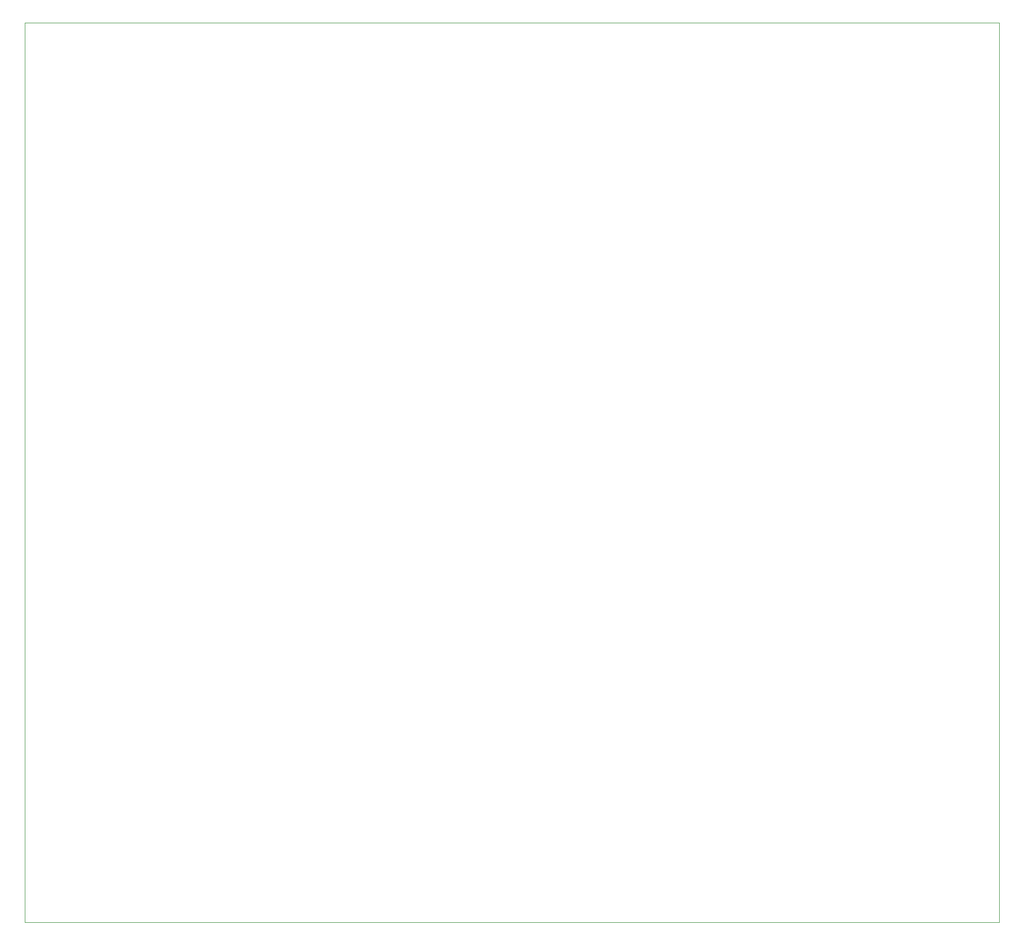
<source format=gbr>
%TF.GenerationSoftware,KiCad,Pcbnew,7.0.5*%
%TF.CreationDate,2023-11-05T11:43:02-07:00*%
%TF.ProjectId,new_backplane,6e65775f-6261-4636-9b70-6c616e652e6b,rev?*%
%TF.SameCoordinates,Original*%
%TF.FileFunction,Profile,NP*%
%FSLAX46Y46*%
G04 Gerber Fmt 4.6, Leading zero omitted, Abs format (unit mm)*
G04 Created by KiCad (PCBNEW 7.0.5) date 2023-11-05 11:43:02*
%MOMM*%
%LPD*%
G01*
G04 APERTURE LIST*
%TA.AperFunction,Profile*%
%ADD10C,0.089518*%
%TD*%
G04 APERTURE END LIST*
D10*
X11869441Y-197301140D02*
X11869441Y-49900000D01*
X171500000Y-49900000D02*
X171500000Y-197301140D01*
X11869441Y-49900000D02*
X171500000Y-49900000D01*
X171500000Y-197301140D02*
X11869441Y-197301140D01*
M02*

</source>
